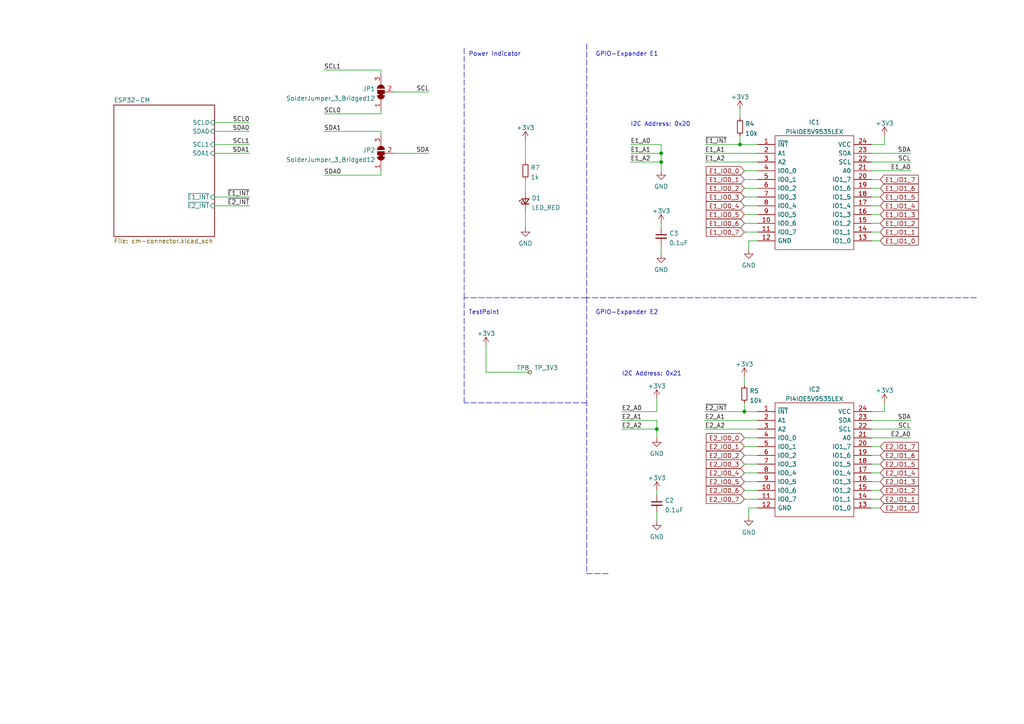
<source format=kicad_sch>
(kicad_sch (version 20211123) (generator eeschema)
  (paper "A4")
  (lib_symbols
    (symbol "Connector:TestPoint_Small" (pin_numbers hide) (pin_names (offset 0.762) hide)
      (property "Reference" "TP" (at 0 3.81 0))
      (property "Value" "TestPoint_Small" (at 0 2.032 0))
      (symbol "TestPoint_Small_0_1"
        (circle (center 0 0) (radius 0.508))
      )
      (symbol "TestPoint_Small_1_1"
        (pin passive line (at 0 0 90) (length 0) (name "1") (number "1"))
      )
    )
    (symbol "Device:C_Small" (pin_numbers hide) (pin_names (offset 0.254) hide)
      (property "Reference" "C" (at 0.254 1.778 0))
      (property "Value" "C_Small" (at 0.254 -2.032 0))
      (symbol "C_Small_0_1"
        (polyline (pts (xy -1.524 -0.508) (xy 1.524 -0.508)) (stroke (width 0.3302)))
        (polyline (pts (xy -1.524 0.508) (xy 1.524 0.508)) (stroke (width 0.3048)))
      )
      (symbol "C_Small_1_1"
        (pin passive line (at 0 2.54 270) (length 2.032) (name "~") (number "1"))
        (pin passive line (at 0 -2.54 90) (length 2.032) (name "~") (number "2"))
      )
    )
    (symbol "Device:LED_Small" (pin_numbers hide) (pin_names (offset 0.254) hide)
      (property "Reference" "D" (at -1.27 3.175 0))
      (property "Value" "LED_Small" (at -4.445 -2.54 0))
      (symbol "LED_Small_0_1"
        (polyline (pts (xy -0.762 -1.016) (xy -0.762 1.016)) (stroke (width 0.254)))
        (polyline (pts (xy 1.016 0) (xy -0.762 0)))
        (polyline (pts (xy 0.762 -1.016) (xy -0.762 0) (xy 0.762 1.016) (xy 0.762 -1.016)) (stroke (width 0.254)))
        (polyline (pts (xy 0 0.762) (xy -0.508 1.27) (xy -0.254 1.27) (xy -0.508 1.27) (xy -0.508 1.016)))
        (polyline (pts (xy 0.508 1.27) (xy 0 1.778) (xy 0.254 1.778) (xy 0 1.778) (xy 0 1.524)))
      )
      (symbol "LED_Small_1_1"
        (pin passive line (at -2.54 0 0) (length 1.778) (name "K") (number "1"))
        (pin passive line (at 2.54 0 180) (length 1.778) (name "A") (number "2"))
      )
    )
    (symbol "Device:R_Small" (pin_numbers hide) (pin_names (offset 0.254) hide)
      (property "Reference" "R" (at 0.762 0.508 0))
      (property "Value" "R_Small" (at 0.762 -1.016 0))
      (symbol "R_Small_0_1"
        (rectangle (start -0.762 1.778) (end 0.762 -1.778) (stroke (width 0.2032)))
      )
      (symbol "R_Small_1_1"
        (pin passive line (at 0 2.54 270) (length 0.762) (name "~") (number "1"))
        (pin passive line (at 0 -2.54 90) (length 0.762) (name "~") (number "2"))
      )
    )
    (symbol "Jumper:SolderJumper_3_Bridged12" (pin_names (offset 0) hide)
      (property "Reference" "JP" (at -2.54 -2.54 0))
      (property "Value" "SolderJumper_3_Bridged12" (at 0 2.794 0))
      (symbol "SolderJumper_3_Bridged12_0_1"
        (rectangle (start -1.016 0.508) (end -0.508 -0.508) (fill (type outline)))
        (arc (start -1.016 1.016) (mid -2.032 0) (end -1.016 -1.016))
        (arc (start -1.016 1.016) (mid -2.032 0) (end -1.016 -1.016) (fill (type outline)))
        (rectangle (start -0.508 1.016) (end 0.508 -1.016) (fill (type outline)))
        (polyline (pts (xy -2.54 0) (xy -2.032 0)))
        (polyline (pts (xy -1.016 1.016) (xy -1.016 -1.016)))
        (polyline (pts (xy 0 -1.27) (xy 0 -1.016)))
        (polyline (pts (xy 1.016 1.016) (xy 1.016 -1.016)))
        (polyline (pts (xy 2.54 0) (xy 2.032 0)))
        (arc (start 1.016 -1.016) (mid 2.032 0) (end 1.016 1.016))
        (arc (start 1.016 -1.016) (mid 2.032 0) (end 1.016 1.016) (fill (type outline)))
      )
      (symbol "SolderJumper_3_Bridged12_1_1"
        (pin passive line (at -5.08 0 0) (length 2.54) (name "A") (number "1"))
        (pin input line (at 0 -3.81 90) (length 2.54) (name "C") (number "2"))
        (pin passive line (at 5.08 0 180) (length 2.54) (name "B") (number "3"))
      )
    )
    (symbol "PI4IOE5V9535LEX_1" (pin_names (offset 0.762))
      (property "Reference" "IC1" (at 16.51 6.4557 0))
      (property "Value" "PI4IOE5V9535LEX_1" (at 16.51 3.6806 0))
      (symbol "PI4IOE5V9535LEX_1_0_0"
        (pin passive line (at 0 0 0) (length 5.08) (name "~{INT}") (number "1"))
        (pin passive line (at 0 -22.86 0) (length 5.08) (name "IO0_6") (number "10"))
        (pin passive line (at 0 -25.4 0) (length 5.08) (name "IO0_7") (number "11"))
        (pin passive line (at 0 -27.94 0) (length 5.08) (name "GND") (number "12"))
        (pin passive line (at 33.02 -27.94 180) (length 5.08) (name "IO1_0") (number "13"))
        (pin passive line (at 33.02 -25.4 180) (length 5.08) (name "IO1_1") (number "14"))
        (pin passive line (at 33.02 -22.86 180) (length 5.08) (name "IO1_2") (number "15"))
        (pin passive line (at 33.02 -20.32 180) (length 5.08) (name "IO1_3") (number "16"))
        (pin passive line (at 33.02 -17.78 180) (length 5.08) (name "IO1_4") (number "17"))
        (pin passive line (at 33.02 -15.24 180) (length 5.08) (name "IO1_5") (number "18"))
        (pin passive line (at 33.02 -12.7 180) (length 5.08) (name "IO1_6") (number "19"))
        (pin passive line (at 0 -2.54 0) (length 5.08) (name "A1") (number "2"))
        (pin passive line (at 33.02 -10.16 180) (length 5.08) (name "IO1_7") (number "20"))
        (pin passive line (at 33.02 -7.62 180) (length 5.08) (name "A0") (number "21"))
        (pin passive line (at 33.02 -5.08 180) (length 5.08) (name "SCL") (number "22"))
        (pin passive line (at 33.02 -2.54 180) (length 5.08) (name "SDA") (number "23"))
        (pin passive line (at 33.02 0 180) (length 5.08) (name "VCC") (number "24"))
        (pin passive line (at 0 -5.08 0) (length 5.08) (name "A2") (number "3"))
        (pin passive line (at 0 -7.62 0) (length 5.08) (name "IO0_0") (number "4"))
        (pin passive line (at 0 -10.16 0) (length 5.08) (name "IO0_1") (number "5"))
        (pin passive line (at 0 -12.7 0) (length 5.08) (name "IO0_2") (number "6"))
        (pin passive line (at 0 -15.24 0) (length 5.08) (name "IO0_3") (number "7"))
        (pin passive line (at 0 -17.78 0) (length 5.08) (name "IO0_4") (number "8"))
        (pin passive line (at 0 -20.32 0) (length 5.08) (name "IO0_5") (number "9"))
      )
      (symbol "PI4IOE5V9535LEX_1_0_1"
        (polyline (pts (xy 5.08 2.54) (xy 27.94 2.54) (xy 27.94 -30.48) (xy 5.08 -30.48) (xy 5.08 2.54)) (stroke (width 0.1524)))
      )
    )
    (symbol "power:+3V3" (power) (pin_names (offset 0))
      (property "Value" "+3V3" (at 0 3.556 0))
      (symbol "+3V3_0_1"
        (polyline (pts (xy -0.762 1.27) (xy 0 2.54)))
        (polyline (pts (xy 0 0) (xy 0 2.54)))
        (polyline (pts (xy 0 2.54) (xy 0.762 1.27)))
      )
      (symbol "+3V3_1_1"
        (pin power_in line (at 0 0 90) (length 0) hide (name "+3V3") (number "1"))
      )
    )
    (symbol "power:GND" (power) (pin_names (offset 0))
      (property "Value" "GND" (at 0 -3.81 0))
      (symbol "GND_0_1"
        (polyline (pts (xy 0 0) (xy 0 -1.27) (xy 1.27 -1.27) (xy 0 -2.54) (xy -1.27 -1.27) (xy 0 -1.27)))
      )
      (symbol "GND_1_1"
        (pin power_in line (at 0 0 270) (length 0) hide (name "GND") (number "1"))
      )
    )
  )
  (junction (at 191.77 46.99))
  (junction (at 190.5 124.46))
  (junction (at 214.63 41.91))
  (junction (at 191.77 44.45))
  (junction (at 215.9 119.38))
  (polyline (pts (xy 170.18 86.36) (xy 170.18 166.37)))
  (polyline (pts (xy 283.21 86.36) (xy 170.18 86.36)))
  (wire (pts (xy 252.73 132.08) (xy 255.27 132.08)))
  (wire (pts (xy 215.9 134.62) (xy 219.71 134.62)))
  (wire (pts (xy 215.9 137.16) (xy 219.71 137.16)))
  (wire (pts (xy 93.98 50.8) (xy 110.49 50.8)))
  (polyline (pts (xy 134.62 13.97) (xy 134.62 86.36)))
  (wire (pts (xy 252.73 46.99) (xy 264.16 46.99)))
  (wire (pts (xy 252.73 144.78) (xy 255.27 144.78)))
  (wire (pts (xy 152.4 60.96) (xy 152.4 66.04)))
  (wire (pts (xy 252.73 142.24) (xy 255.27 142.24)))
  (wire (pts (xy 219.71 147.32) (xy 217.17 147.32)))
  (wire (pts (xy 256.54 116.84) (xy 256.54 119.38)))
  (wire (pts (xy 252.73 129.54) (xy 255.27 129.54)))
  (wire (pts (xy 182.88 41.91) (xy 191.77 41.91)))
  (wire (pts (xy 214.63 41.91) (xy 219.71 41.91)))
  (wire (pts (xy 215.9 139.7) (xy 219.71 139.7)))
  (wire (pts (xy 62.23 59.69) (xy 72.39 59.69)))
  (wire (pts (xy 191.77 41.91) (xy 191.77 44.45)))
  (wire (pts (xy 252.73 124.46) (xy 264.16 124.46)))
  (wire (pts (xy 252.73 134.62) (xy 255.27 134.62)))
  (wire (pts (xy 62.23 38.1) (xy 72.39 38.1)))
  (wire (pts (xy 110.49 39.37) (xy 110.49 38.1)))
  (wire (pts (xy 215.9 57.15) (xy 219.71 57.15)))
  (wire (pts (xy 110.49 21.59) (xy 110.49 20.32)))
  (wire (pts (xy 215.9 109.22) (xy 215.9 111.76)))
  (wire (pts (xy 215.9 119.38) (xy 219.71 119.38)))
  (wire (pts (xy 204.47 121.92) (xy 219.71 121.92)))
  (wire (pts (xy 153.67 107.95) (xy 140.97 107.95)))
  (wire (pts (xy 256.54 41.91) (xy 252.73 41.91)))
  (wire (pts (xy 191.77 71.12) (xy 191.77 73.66)))
  (wire (pts (xy 252.73 67.31) (xy 255.27 67.31)))
  (wire (pts (xy 215.9 116.84) (xy 215.9 119.38)))
  (wire (pts (xy 62.23 57.15) (xy 72.39 57.15)))
  (wire (pts (xy 204.47 41.91) (xy 214.63 41.91)))
  (wire (pts (xy 191.77 46.99) (xy 191.77 49.53)))
  (wire (pts (xy 204.47 119.38) (xy 215.9 119.38)))
  (polyline (pts (xy 170.18 86.36) (xy 134.62 86.36)))
  (wire (pts (xy 215.9 67.31) (xy 219.71 67.31)))
  (wire (pts (xy 256.54 39.37) (xy 256.54 41.91)))
  (wire (pts (xy 204.47 124.46) (xy 219.71 124.46)))
  (wire (pts (xy 217.17 147.32) (xy 217.17 149.86)))
  (wire (pts (xy 180.34 124.46) (xy 190.5 124.46)))
  (polyline (pts (xy 134.62 116.84) (xy 134.62 86.36)))
  (wire (pts (xy 252.73 54.61) (xy 255.27 54.61)))
  (polyline (pts (xy 170.18 166.37) (xy 176.53 166.37)))
  (wire (pts (xy 140.97 100.33) (xy 140.97 107.95)))
  (wire (pts (xy 182.88 44.45) (xy 191.77 44.45)))
  (wire (pts (xy 152.4 40.64) (xy 152.4 46.99)))
  (wire (pts (xy 252.73 147.32) (xy 255.27 147.32)))
  (wire (pts (xy 114.3 26.67) (xy 124.46 26.67)))
  (wire (pts (xy 190.5 124.46) (xy 190.5 127)))
  (wire (pts (xy 93.98 33.02) (xy 110.49 33.02)))
  (wire (pts (xy 191.77 64.77) (xy 191.77 66.04)))
  (wire (pts (xy 180.34 121.92) (xy 190.5 121.92)))
  (wire (pts (xy 217.17 69.85) (xy 217.17 72.39)))
  (wire (pts (xy 190.5 142.24) (xy 190.5 143.51)))
  (wire (pts (xy 252.73 139.7) (xy 255.27 139.7)))
  (wire (pts (xy 215.9 132.08) (xy 219.71 132.08)))
  (wire (pts (xy 252.73 57.15) (xy 255.27 57.15)))
  (wire (pts (xy 215.9 54.61) (xy 219.71 54.61)))
  (wire (pts (xy 204.47 44.45) (xy 219.71 44.45)))
  (wire (pts (xy 215.9 129.54) (xy 219.71 129.54)))
  (wire (pts (xy 190.5 119.38) (xy 190.5 115.57)))
  (wire (pts (xy 93.98 38.1) (xy 110.49 38.1)))
  (wire (pts (xy 252.73 62.23) (xy 255.27 62.23)))
  (wire (pts (xy 110.49 49.53) (xy 110.49 50.8)))
  (wire (pts (xy 252.73 44.45) (xy 264.16 44.45)))
  (wire (pts (xy 252.73 121.92) (xy 264.16 121.92)))
  (wire (pts (xy 252.73 69.85) (xy 255.27 69.85)))
  (wire (pts (xy 214.63 31.75) (xy 214.63 34.29)))
  (wire (pts (xy 215.9 52.07) (xy 219.71 52.07)))
  (wire (pts (xy 190.5 148.59) (xy 190.5 151.13)))
  (wire (pts (xy 252.73 127) (xy 264.16 127)))
  (wire (pts (xy 252.73 49.53) (xy 264.16 49.53)))
  (polyline (pts (xy 170.18 116.84) (xy 134.62 116.84)))
  (wire (pts (xy 180.34 119.38) (xy 190.5 119.38)))
  (wire (pts (xy 215.9 62.23) (xy 219.71 62.23)))
  (wire (pts (xy 214.63 39.37) (xy 214.63 41.91)))
  (wire (pts (xy 215.9 64.77) (xy 219.71 64.77)))
  (wire (pts (xy 190.5 121.92) (xy 190.5 124.46)))
  (polyline (pts (xy 170.18 12.7) (xy 170.18 86.36)))
  (wire (pts (xy 191.77 44.45) (xy 191.77 46.99)))
  (wire (pts (xy 62.23 44.45) (xy 72.39 44.45)))
  (wire (pts (xy 110.49 31.75) (xy 110.49 33.02)))
  (wire (pts (xy 182.88 46.99) (xy 191.77 46.99)))
  (wire (pts (xy 215.9 127) (xy 219.71 127)))
  (wire (pts (xy 215.9 59.69) (xy 219.71 59.69)))
  (wire (pts (xy 215.9 144.78) (xy 219.71 144.78)))
  (wire (pts (xy 219.71 69.85) (xy 217.17 69.85)))
  (wire (pts (xy 62.23 35.56) (xy 72.39 35.56)))
  (wire (pts (xy 252.73 64.77) (xy 255.27 64.77)))
  (wire (pts (xy 152.4 52.07) (xy 152.4 55.88)))
  (wire (pts (xy 252.73 137.16) (xy 255.27 137.16)))
  (wire (pts (xy 252.73 52.07) (xy 255.27 52.07)))
  (wire (pts (xy 62.23 41.91) (xy 72.39 41.91)))
  (wire (pts (xy 252.73 59.69) (xy 255.27 59.69)))
  (wire (pts (xy 215.9 142.24) (xy 219.71 142.24)))
  (wire (pts (xy 215.9 49.53) (xy 219.71 49.53)))
  (wire (pts (xy 110.49 20.32) (xy 93.98 20.32)))
  (wire (pts (xy 204.47 46.99) (xy 219.71 46.99)))
  (wire (pts (xy 114.3 44.45) (xy 124.46 44.45)))
  (wire (pts (xy 256.54 119.38) (xy 252.73 119.38)))
  (text "I2C Address: 0x20" (at 182.88 36.83 0) (effects (font (size 1.24 1.24)) (justify left bottom)))
  (text "GPIO-Expander E1" (at 172.72 16.51 0) (effects (font (size 1.27 1.27)) (justify left bottom)))
  (text "TestPoint" (at 135.89 91.44 0) (effects (font (size 1.27 1.27)) (justify left bottom)))
  (text "I2C Address: 0x21" (at 180.34 109.22 0) (effects (font (size 1.24 1.24)) (justify left bottom)))
  (text "Power Indicator" (at 135.89 16.51 0) (effects (font (size 1.27 1.27)) (justify left bottom)))
  (text "GPIO-Expander E2" (at 172.72 91.44 0) (effects (font (size 1.27 1.27)) (justify left bottom)))
  (label "SDA0" (at 93.98 50.8 0))
  (label "E2_A2" (at 204.47 124.46 0))
  (label "E1_A1" (at 182.88 44.45 0))
  (label "SCL" (at 124.46 26.67 180))
  (label "SDA1" (at 72.39 44.45 180))
  (label "SDA0" (at 72.39 38.1 180))
  (label "SDA1" (at 93.98 38.1 0))
  (label "SDA" (at 264.16 121.92 180))
  (label "E2_A1" (at 204.47 121.92 0))
  (label "~{E2_INT}" (at 204.47 119.38 0))
  (label "SCL1" (at 72.39 41.91 180))
  (label "SCL0" (at 72.39 35.56 180))
  (label "E2_A0" (at 264.16 127 180))
  (label "E2_A0" (at 180.34 119.38 0))
  (label "E2_A1" (at 180.34 121.92 0))
  (label "SDA" (at 124.46 44.45 180))
  (label "~{E1_INT}" (at 72.39 57.15 180))
  (label "SCL0" (at 93.98 33.02 0))
  (label "E1_A2" (at 204.47 46.99 0))
  (label "~{E2_INT}" (at 72.39 59.69 180))
  (label "E1_A0" (at 182.88 41.91 0))
  (label "E1_A1" (at 204.47 44.45 0))
  (label "E1_A0" (at 264.16 49.53 180))
  (label "SCL1" (at 93.98 20.32 0))
  (label "~{E1_INT}" (at 204.47 41.91 0))
  (label "SDA" (at 264.16 44.45 180))
  (label "SCL" (at 264.16 46.99 180))
  (label "E1_A2" (at 182.88 46.99 0))
  (label "E2_A2" (at 180.34 124.46 0))
  (label "SCL" (at 264.16 124.46 180))
  (global_label "E1_IO1_7" (shape input) (at 255.27 52.07 0) (property "Intersheet References" "${INTERSHEET_REFS}" (effects hide)))
  (global_label "E2_IO0_6" (shape input) (at 215.9 142.24 180) (property "Intersheet References" "${INTERSHEET_REFS}" (effects hide)))
  (global_label "E2_IO1_0" (shape input) (at 255.27 147.32 0) (property "Intersheet References" "${INTERSHEET_REFS}" (effects hide)))
  (global_label "E2_IO1_7" (shape input) (at 255.27 129.54 0) (property "Intersheet References" "${INTERSHEET_REFS}" (effects hide)))
  (global_label "E1_IO0_2" (shape input) (at 215.9 54.61 180) (property "Intersheet References" "${INTERSHEET_REFS}" (effects hide)))
  (global_label "E2_IO1_5" (shape input) (at 255.27 134.62 0) (property "Intersheet References" "${INTERSHEET_REFS}" (effects hide)))
  (global_label "E1_IO0_6" (shape input) (at 215.9 64.77 180) (property "Intersheet References" "${INTERSHEET_REFS}" (effects hide)))
  (global_label "E2_IO0_5" (shape input) (at 215.9 139.7 180) (property "Intersheet References" "${INTERSHEET_REFS}" (effects hide)))
  (global_label "E2_IO0_7" (shape input) (at 215.9 144.78 180) (property "Intersheet References" "${INTERSHEET_REFS}" (effects hide)))
  (global_label "E2_IO1_1" (shape input) (at 255.27 144.78 0) (property "Intersheet References" "${INTERSHEET_REFS}" (effects hide)))
  (global_label "E1_IO1_5" (shape input) (at 255.27 57.15 0) (property "Intersheet References" "${INTERSHEET_REFS}" (effects hide)))
  (global_label "E1_IO0_0" (shape input) (at 215.9 49.53 180) (property "Intersheet References" "${INTERSHEET_REFS}" (effects hide)))
  (global_label "E1_IO1_6" (shape input) (at 255.27 54.61 0) (property "Intersheet References" "${INTERSHEET_REFS}" (effects hide)))
  (global_label "E2_IO1_3" (shape input) (at 255.27 139.7 0) (property "Intersheet References" "${INTERSHEET_REFS}" (effects hide)))
  (global_label "E1_IO0_1" (shape input) (at 215.9 52.07 180) (property "Intersheet References" "${INTERSHEET_REFS}" (effects hide)))
  (global_label "E1_IO0_3" (shape input) (at 215.9 57.15 180) (property "Intersheet References" "${INTERSHEET_REFS}" (effects hide)))
  (global_label "E1_IO1_0" (shape input) (at 255.27 69.85 0) (property "Intersheet References" "${INTERSHEET_REFS}" (effects hide)))
  (global_label "E2_IO0_2" (shape input) (at 215.9 132.08 180) (property "Intersheet References" "${INTERSHEET_REFS}" (effects hide)))
  (global_label "E1_IO0_4" (shape input) (at 215.9 59.69 180) (property "Intersheet References" "${INTERSHEET_REFS}" (effects hide)))
  (global_label "E1_IO1_1" (shape input) (at 255.27 67.31 0) (property "Intersheet References" "${INTERSHEET_REFS}" (effects hide)))
  (global_label "E1_IO1_2" (shape input) (at 255.27 64.77 0) (property "Intersheet References" "${INTERSHEET_REFS}" (effects hide)))
  (global_label "E2_IO0_3" (shape input) (at 215.9 134.62 180) (property "Intersheet References" "${INTERSHEET_REFS}" (effects hide)))
  (global_label "E2_IO1_6" (shape input) (at 255.27 132.08 0) (property "Intersheet References" "${INTERSHEET_REFS}" (effects hide)))
  (global_label "E2_IO0_4" (shape input) (at 215.9 137.16 180) (property "Intersheet References" "${INTERSHEET_REFS}" (effects hide)))
  (global_label "E2_IO0_1" (shape input) (at 215.9 129.54 180) (property "Intersheet References" "${INTERSHEET_REFS}" (effects hide)))
  (global_label "E1_IO1_4" (shape input) (at 255.27 59.69 0) (property "Intersheet References" "${INTERSHEET_REFS}" (effects hide)))
  (global_label "E1_IO1_3" (shape input) (at 255.27 62.23 0) (property "Intersheet References" "${INTERSHEET_REFS}" (effects hide)))
  (global_label "E2_IO0_0" (shape input) (at 215.9 127 180) (property "Intersheet References" "${INTERSHEET_REFS}" (effects hide)))
  (global_label "E2_IO1_2" (shape input) (at 255.27 142.24 0) (property "Intersheet References" "${INTERSHEET_REFS}" (effects hide)))
  (global_label "E1_IO0_5" (shape input) (at 215.9 62.23 180) (property "Intersheet References" "${INTERSHEET_REFS}" (effects hide)))
  (global_label "E2_IO1_4" (shape input) (at 255.27 137.16 0) (property "Intersheet References" "${INTERSHEET_REFS}" (effects hide)))
  (global_label "E1_IO0_7" (shape input) (at 215.9 67.31 180) (property "Intersheet References" "${INTERSHEET_REFS}" (effects hide)))
  (symbol (lib_id "power:+3V3") (at 256.54 39.37 0) (unit 1)
    (property "Reference" "#PWR0114" (effects hide))
    (property "Value" "+3V3" (at 256.54 35.7655 0))
  )
  (symbol (lib_id "power:GND") (at 217.17 72.39 0) (unit 1)
    (property "Reference" "#PWR0113" (effects hide))
    (property "Value" "GND" (at 217.17 76.9525 0))
  )
  (symbol (lib_id "power:+3V3") (at 190.5 115.57 0) (unit 1)
    (property "Reference" "#PWR0122" (effects hide))
    (property "Value" "+3V3" (at 190.5 111.9655 0))
  )
  (symbol (lib_id "power:GND") (at 217.17 149.86 0) (unit 1)
    (property "Reference" "#PWR0117" (effects hide))
    (property "Value" "GND" (at 217.17 154.4225 0))
  )
  (symbol (lib_id "power:GND") (at 191.77 49.53 0) (unit 1)
    (property "Reference" "#PWR0120" (effects hide))
    (property "Value" "GND" (at 191.77 54.0925 0))
  )
  (symbol (lib_id "Device:R_Small") (at 152.4 49.53 180) (unit 1)
    (property "Reference" "R7" (at 153.8986 48.6215 0) (effects (justify right)))
    (property "Value" "1k" (at 153.8986 51.3966 0) (effects (justify right)))
    (property "Footprint" "Resistor_SMD:R_0603_1608Metric" (effects hide))
  )
  (symbol (lib_id "Device:R_Small") (at 215.9 114.3 180) (unit 1)
    (property "Reference" "R5" (at 217.3986 113.3915 0) (effects (justify right)))
    (property "Value" "10k" (at 217.3986 116.1666 0) (effects (justify right)))
    (property "Footprint" "Resistor_SMD:R_0603_1608Metric" (effects hide))
  )
  (symbol (lib_id "Jumper:SolderJumper_3_Bridged12") (at 110.49 26.67 90) (unit 1)
    (property "Reference" "JP1" (at 108.8391 25.7615 90) (effects (justify left)))
    (property "Value" "SolderJumper_3_Bridged12" (at 108.8391 28.5366 90) (effects (justify left)))
    (property "Footprint" "Jumper:SolderJumper-3_P1.3mm_Bridged12_RoundedPad1.0x1.5mm" (effects hide))
  )
  (symbol (lib_id "Jumper:SolderJumper_3_Bridged12") (at 110.49 44.45 90) (unit 1)
    (property "Reference" "JP2" (at 108.8391 43.5415 90) (effects (justify left)))
    (property "Value" "SolderJumper_3_Bridged12" (at 108.8391 46.3166 90) (effects (justify left)))
    (property "Footprint" "Jumper:SolderJumper-3_P1.3mm_Bridged12_RoundedPad1.0x1.5mm" (effects hide))
  )
  (symbol (lib_id "Device:R_Small") (at 214.63 36.83 180) (unit 1)
    (property "Reference" "R4" (at 216.1286 35.9215 0) (effects (justify right)))
    (property "Value" "10k" (at 216.1286 38.6966 0) (effects (justify right)))
    (property "Footprint" "Resistor_SMD:R_0603_1608Metric" (effects hide))
  )
  (symbol (lib_id "power:GND") (at 152.4 66.04 0) (unit 1)
    (property "Reference" "#PWR0127" (effects hide))
    (property "Value" "GND" (at 152.4 70.6025 0))
  )
  (symbol (lib_id "power:+3V3") (at 191.77 64.77 0) (unit 1)
    (property "Reference" "#PWR0132" (effects hide))
    (property "Value" "+3V3" (at 191.77 61.1655 0))
  )
  (symbol (lib_id "Device:C_Small") (at 191.77 68.58 0) (unit 1)
    (property "Reference" "C3" (at 194.0941 67.6778 0) (effects (justify left)))
    (property "Value" "0.1uF" (at 194.0941 70.4529 0) (effects (justify left)))
    (property "Footprint" "Capacitor_SMD:C_0603_1608Metric" (effects hide))
  )
  (symbol (lib_id "power:GND") (at 191.77 73.66 0) (unit 1)
    (property "Reference" "#PWR0131" (effects hide))
    (property "Value" "GND" (at 191.77 78.2225 0))
  )
  (symbol (lib_id "power:+3V3") (at 214.63 31.75 0) (unit 1)
    (property "Reference" "#PWR0124" (effects hide))
    (property "Value" "+3V3" (at 214.63 28.1455 0))
  )
  (symbol (lib_id "Device:LED_Small") (at 152.4 58.42 90) (unit 1)
    (property "Reference" "D1" (at 154.178 57.448 90) (effects (justify right)))
    (property "Value" "LED_RED" (at 154.178 60.2231 90) (effects (justify right)))
    (property "Footprint" "LED_SMD:LED_0603_1608Metric" (effects hide))
  )
  (symbol (lib_id "power:GND") (at 190.5 151.13 0) (unit 1)
    (property "Reference" "#PWR0129" (effects hide))
    (property "Value" "GND" (at 190.5 155.6925 0))
  )
  (symbol (lib_id "Device:C_Small") (at 190.5 146.05 0) (unit 1)
    (property "Reference" "C2" (at 192.8241 145.1478 0) (effects (justify left)))
    (property "Value" "0.1uF" (at 192.8241 147.9229 0) (effects (justify left)))
    (property "Footprint" "Capacitor_SMD:C_0603_1608Metric" (effects hide))
  )
  (symbol (lib_name "PI4IOE5V9535LEX_1") (lib_id "PI4IOE5V9535LEX:PI4IOE5V9535LEX") (at 219.71 119.38 0) (unit 1)
    (property "Reference" "IC2" (at 236.22 112.9243 0))
    (property "Value" "PI4IOE5V9535LEX" (at 236.22 115.6994 0))
    (property "Footprint" "PI4IOE5V9535LEX:SOP65P640X120-24N" (effects hide))
    (property "Datasheet" "https://media.digikey.com/pdf/Data%20Sheets/Diodes%20PDFs/PI4IOE5V9539.pdf" (effects hide))
    (property "Description" "Interface - I/O Expanders 16-bit I2C and SMBus Port" (effects hide))
    (property "Height" "1.2" (effects hide))
    (property "Manufacturer_Name" "Diodes Inc." (effects hide))
    (property "Manufacturer_Part_Number" "PI4IOE5V9535LEX" (effects hide))
    (property "Mouser Part Number" "729-PI4IOE5V9535LEX" (effects hide))
    (property "Mouser Price/Stock" "https://www.mouser.co.uk/ProductDetail/Diodes-Incorporated/PI4IOE5V9535LEX?qs=A65YvgP4j%252BFGm0yFHjleXQ%3D%3D" (effects hide))
    (property "Arrow Part Number" "PI4IOE5V9535LEX" (effects hide))
    (property "Arrow Price/Stock" "https://www.arrow.com/en/products/pi4ioe5v9535lex/diodes-incorporated?region=nac" (effects hide))
  )
  (symbol (lib_id "Connector:TestPoint_Small") (at 153.67 107.95 0) (unit 1) (in_bom no)
    (property "Reference" "TP8" (at 149.86 106.68 0) (effects (justify left)))
    (property "Value" "TP_3V3" (at 154.94 106.68 0) (effects (justify left)))
    (property "Footprint" "TestPoint:TestPoint_Pad_D1.0mm" (effects hide))
  )
  (symbol (lib_id "power:+3V3") (at 256.54 116.84 0) (unit 1)
    (property "Reference" "#PWR0116" (effects hide))
    (property "Value" "+3V3" (at 256.54 113.2355 0))
  )
  (symbol (lib_id "power:GND") (at 190.5 127 0) (unit 1)
    (property "Reference" "#PWR0121" (effects hide))
    (property "Value" "GND" (at 190.5 131.5625 0))
  )
  (symbol (lib_id "power:+3V3") (at 152.4 40.64 0) (unit 1)
    (property "Reference" "#PWR0126" (effects hide))
    (property "Value" "+3V3" (at 152.4 37.0355 0))
  )
  (symbol (lib_id "power:+3V3") (at 140.97 100.33 0) (unit 1)
    (property "Reference" "#PWR0128" (effects hide))
    (property "Value" "+3V3" (at 140.97 96.7255 0))
  )
  (symbol (lib_id "power:+3V3") (at 190.5 142.24 0) (unit 1)
    (property "Reference" "#PWR0130" (effects hide))
    (property "Value" "+3V3" (at 190.5 138.6355 0))
  )
  (symbol (lib_id "power:+3V3") (at 215.9 109.22 0) (unit 1)
    (property "Reference" "#PWR0123" (effects hide))
    (property "Value" "+3V3" (at 215.9 105.6155 0))
  )
  (symbol (lib_name "PI4IOE5V9535LEX_1") (lib_id "PI4IOE5V9535LEX:PI4IOE5V9535LEX") (at 219.71 41.91 0) (unit 1)
    (property "Reference" "IC1" (at 236.22 35.4543 0))
    (property "Value" "PI4IOE5V9535LEX" (at 236.22 38.2294 0))
    (property "Footprint" "PI4IOE5V9535LEX:SOP65P640X120-24N" (effects hide))
    (property "Datasheet" "https://media.digikey.com/pdf/Data%20Sheets/Diodes%20PDFs/PI4IOE5V9539.pdf" (effects hide))
    (property "Description" "Interface - I/O Expanders 16-bit I2C and SMBus Port" (effects hide))
    (property "Height" "1.2" (effects hide))
    (property "Manufacturer_Name" "Diodes Inc." (effects hide))
    (property "Manufacturer_Part_Number" "PI4IOE5V9535LEX" (effects hide))
    (property "Mouser Part Number" "729-PI4IOE5V9535LEX" (effects hide))
    (property "Mouser Price/Stock" "https://www.mouser.co.uk/ProductDetail/Diodes-Incorporated/PI4IOE5V9535LEX?qs=A65YvgP4j%252BFGm0yFHjleXQ%3D%3D" (effects hide))
    (property "Arrow Part Number" "PI4IOE5V9535LEX" (effects hide))
    (property "Arrow Price/Stock" "https://www.arrow.com/en/products/pi4ioe5v9535lex/diodes-incorporated?region=nac" (effects hide))
  )
  (sheet (at 33.02 30.48) (size 29.21 38.1) (stroke (width 0.1524))
    (property "Sheet name" "ESP32-CM" (at 33.02 29.7684 0) (effects (justify left bottom)))
    (property "Sheet file" "cm-connector.kicad_sch" (at 33.02 69.1646 0) (effects (justify left top)))
    (pin "~{E1_INT}" input (at 62.23 57.15 0))
    (pin "~{E2_INT}" input (at 62.23 59.69 0))
    (pin "SDA1" input (at 62.23 44.45 0))
    (pin "SCL1" input (at 62.23 41.91 0))
    (pin "SCL0" input (at 62.23 35.56 0))
    (pin "SDA0" input (at 62.23 38.1 0))
  )
)
</source>
